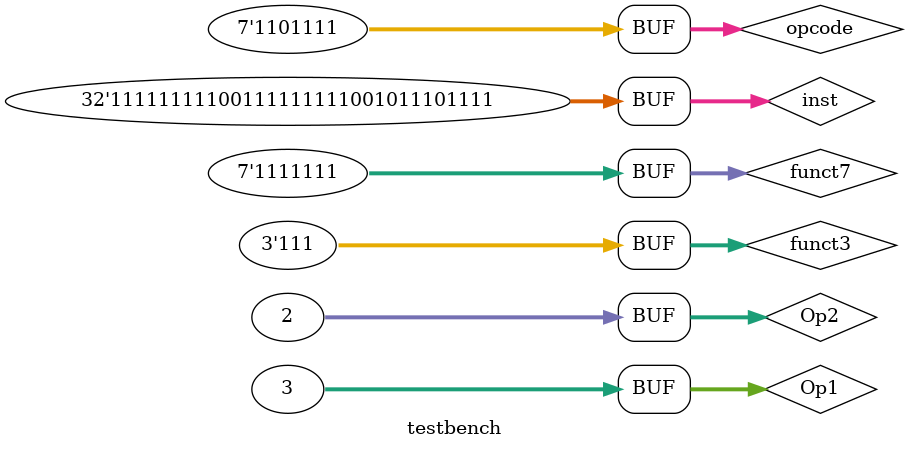
<source format=v>
`include "rv_alu_v.v"
`timescale 10ns/1ns
/*
  input [6:0] opcode,
  input [2:0] funct3,
  input [6:0] funct7,
  input [31:0] Op1,
  input [31:0] Op2,
  output reg [31:0] Rez
*/ 
module testbench; // input and output test signals
  reg  [31:0] inst;
//wire [31:0] imm;    
  reg [6:0] opcode;
  reg [2:0] funct3;
  reg [6:0] funct7;
  reg [31:0] Op1;
  reg [31:0] Op2;
  wire [31:0] Rez;

// creating the instance of the module we want to test    
//  bcd_to_sseg - module name    
//  dut  - instance name ('dut' means 'device under test')    
rv_alu_v dut( opcode, funct3, funct7, Op1, Op2, Rez);    
// do at the beginning of the simulation    
initial         
  begin            
/*
    assisn opcode[6:0] = inst[6:0];
    // rs1 <= inst[19:15];
    // rs2 <= inst[24:20];
    // rd <= inst[11:7];
    funct3 <= inst[14:12];
    funct7 <= inst[31:25]; // */

    Op1 <= 32'h3; Op2 <= 32'h2;

    inst = 32'h50b7;    // set test signals value            
    opcode[6:0] = inst[6:0]; funct3 <= inst[14:12]; funct7 <= inst[31:25];
    #10;            // pause            
    inst = 32'h0137;    // set test signals value            
    opcode[6:0] = inst[6:0]; funct3 <= inst[14:12]; funct7 <= inst[31:25];
    #10;            // pause            
    inst = 32'h508193;    // set test signals value            
    opcode[6:0] = inst[6:0]; funct3 <= inst[14:12]; funct7 <= inst[31:25];
    #10;            // pause            
    inst = 32'h502083;    // set test signals value            
    opcode[6:0] = inst[6:0]; funct3 <= inst[14:12]; funct7 <= inst[31:25];
    #10;            // pause        
    inst = 32'hfe000ce3;    // set test signals value            
    opcode[6:0] = inst[6:0]; funct3 <= inst[14:12]; funct7 <= inst[31:25];
    #10;            // pause        
    inst = 32'h77237;    // set test signals value            
    opcode[6:0] = inst[6:0]; funct3 <= inst[14:12]; funct7 <= inst[31:25];
    #10;            // pause        
    inst = 32'hc0d093;    // set test signals value            
    opcode[6:0] = inst[6:0]; funct3 <= inst[14:12]; funct7 <= inst[31:25];
    #10;            // pause        
    inst = 32'hff9ff2ef;    // set test signals value            
    opcode[6:0] = inst[6:0]; funct3 <= inst[14:12]; funct7 <= inst[31:25];
    #10;            // pause        

  end    // do at the beginning of the simulation    
//  print signal values on every change    
initial         
  $monitor("inst=%h op=%h f3=%h f7=%h %h %h rez=%h", inst, opcode, funct3, funct7, Op1, Op2, Rez);    
// do at the beginning of the simulation    
initial         
  $dumpvars;  //iverilog dump init
endmodule

</source>
